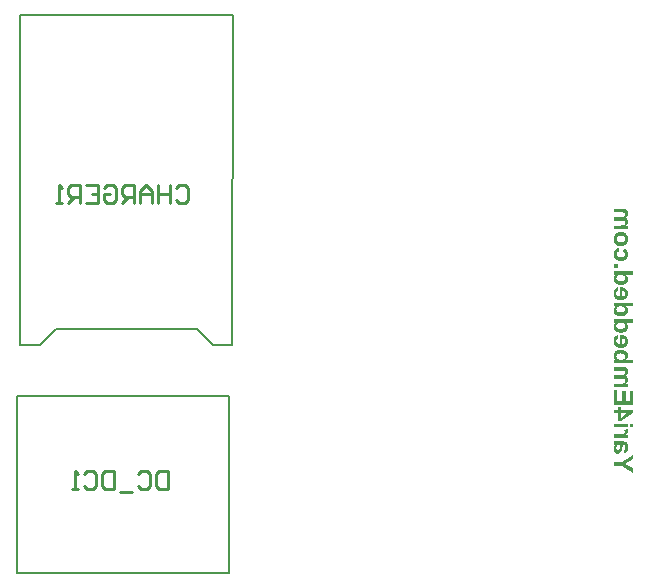
<source format=gbo>
G04*
G04 #@! TF.GenerationSoftware,Altium Limited,Altium Designer,19.0.9 (268)*
G04*
G04 Layer_Color=32896*
%FSLAX25Y25*%
%MOIN*%
G70*
G01*
G75*
%ADD12C,0.00787*%
%ADD13C,0.01000*%
G36*
X244300Y165937D02*
X244406Y165931D01*
X244500Y165925D01*
X244587Y165912D01*
X244662Y165900D01*
X244738Y165887D01*
X244800Y165881D01*
X244856Y165869D01*
X244900Y165856D01*
X244944Y165844D01*
X244975Y165831D01*
X245000Y165825D01*
X245019Y165819D01*
X245025Y165813D01*
X245031D01*
X245175Y165737D01*
X245294Y165656D01*
X245400Y165569D01*
X245487Y165481D01*
X245550Y165406D01*
X245600Y165338D01*
X245619Y165313D01*
X245625Y165300D01*
X245637Y165287D01*
Y165281D01*
X245706Y165144D01*
X245762Y165000D01*
X245800Y164856D01*
X245825Y164725D01*
X245837Y164606D01*
X245844Y164556D01*
X245850Y164513D01*
Y164425D01*
X245844Y164275D01*
X245819Y164137D01*
X245794Y164006D01*
X245756Y163894D01*
X245725Y163794D01*
X245706Y163756D01*
X245694Y163725D01*
X245681Y163700D01*
X245669Y163681D01*
X245662Y163669D01*
Y163663D01*
X245587Y163531D01*
X245500Y163412D01*
X245406Y163300D01*
X245319Y163206D01*
X245237Y163119D01*
X245175Y163063D01*
X245150Y163038D01*
X245131Y163019D01*
X245119Y163013D01*
X245112Y163006D01*
X245244Y162925D01*
X245356Y162838D01*
X245450Y162744D01*
X245525Y162662D01*
X245587Y162587D01*
X245631Y162525D01*
X245644Y162500D01*
X245656Y162481D01*
X245662Y162475D01*
Y162469D01*
X245725Y162344D01*
X245769Y162213D01*
X245806Y162081D01*
X245825Y161962D01*
X245837Y161856D01*
X245844Y161812D01*
X245850Y161775D01*
Y161700D01*
X245844Y161544D01*
X245819Y161400D01*
X245781Y161256D01*
X245738Y161125D01*
X245681Y160994D01*
X245619Y160875D01*
X245550Y160769D01*
X245481Y160669D01*
X245412Y160575D01*
X245344Y160494D01*
X245281Y160425D01*
X245225Y160369D01*
X245181Y160325D01*
X245144Y160287D01*
X245119Y160269D01*
X245112Y160263D01*
X245750D01*
Y159131D01*
X241106D01*
Y160356D01*
X243356D01*
X243475D01*
X243587Y160363D01*
X243694D01*
X243788Y160369D01*
X243875Y160381D01*
X243950Y160388D01*
X244025Y160394D01*
X244088Y160406D01*
X244138Y160413D01*
X244187Y160419D01*
X244225Y160431D01*
X244256Y160438D01*
X244281Y160444D01*
X244300D01*
X244306Y160450D01*
X244313D01*
X244419Y160494D01*
X244506Y160544D01*
X244581Y160600D01*
X244644Y160650D01*
X244694Y160700D01*
X244731Y160738D01*
X244750Y160763D01*
X244756Y160775D01*
X244806Y160863D01*
X244844Y160950D01*
X244875Y161038D01*
X244894Y161119D01*
X244906Y161188D01*
X244913Y161238D01*
Y161287D01*
X244906Y161375D01*
X244900Y161444D01*
X244881Y161512D01*
X244863Y161563D01*
X244844Y161606D01*
X244831Y161637D01*
X244819Y161656D01*
X244812Y161662D01*
X244775Y161713D01*
X244725Y161750D01*
X244681Y161787D01*
X244631Y161812D01*
X244587Y161837D01*
X244550Y161850D01*
X244525Y161863D01*
X244519D01*
X244475Y161875D01*
X244425Y161888D01*
X244369Y161894D01*
X244300Y161900D01*
X244156Y161913D01*
X244006Y161925D01*
X243869D01*
X243806Y161931D01*
X243756D01*
X243706D01*
X243675D01*
X243650D01*
X243644D01*
X241106D01*
Y163156D01*
X243331D01*
X243450D01*
X243563Y163163D01*
X243663Y163169D01*
X243756Y163175D01*
X243844Y163181D01*
X243925Y163188D01*
X243994Y163200D01*
X244056Y163206D01*
X244112Y163219D01*
X244156Y163225D01*
X244200Y163231D01*
X244231Y163244D01*
X244256Y163250D01*
X244275D01*
X244281Y163256D01*
X244287D01*
X244394Y163300D01*
X244488Y163350D01*
X244569Y163406D01*
X244631Y163456D01*
X244688Y163506D01*
X244719Y163544D01*
X244744Y163569D01*
X244750Y163581D01*
X244806Y163669D01*
X244844Y163750D01*
X244875Y163831D01*
X244894Y163906D01*
X244906Y163969D01*
X244913Y164019D01*
Y164062D01*
X244900Y164188D01*
X244869Y164294D01*
X244831Y164388D01*
X244781Y164456D01*
X244731Y164513D01*
X244694Y164556D01*
X244662Y164581D01*
X244650Y164587D01*
X244606Y164612D01*
X244550Y164631D01*
X244494Y164650D01*
X244425Y164663D01*
X244275Y164688D01*
X244125Y164700D01*
X243987Y164713D01*
X243925D01*
X243869Y164719D01*
X243819D01*
X243788D01*
X243762D01*
X243756D01*
X241106D01*
Y165944D01*
X244069D01*
X244187D01*
X244300Y165937D01*
D02*
G37*
G36*
X243631Y158256D02*
X243812Y158231D01*
X243987Y158200D01*
X244150Y158156D01*
X244300Y158106D01*
X244444Y158050D01*
X244575Y157987D01*
X244694Y157925D01*
X244800Y157862D01*
X244894Y157800D01*
X244975Y157744D01*
X245038Y157694D01*
X245094Y157650D01*
X245131Y157619D01*
X245156Y157594D01*
X245163Y157588D01*
X245281Y157456D01*
X245388Y157319D01*
X245481Y157175D01*
X245563Y157031D01*
X245625Y156887D01*
X245681Y156744D01*
X245725Y156606D01*
X245762Y156469D01*
X245794Y156344D01*
X245813Y156225D01*
X245831Y156125D01*
X245837Y156031D01*
X245844Y155956D01*
X245850Y155906D01*
Y155856D01*
X245844Y155731D01*
X245837Y155606D01*
X245800Y155375D01*
X245781Y155269D01*
X245756Y155163D01*
X245725Y155069D01*
X245700Y154981D01*
X245669Y154900D01*
X245644Y154831D01*
X245613Y154769D01*
X245594Y154719D01*
X245575Y154675D01*
X245556Y154644D01*
X245550Y154625D01*
X245544Y154619D01*
X245487Y154519D01*
X245419Y154425D01*
X245281Y154256D01*
X245206Y154175D01*
X245138Y154106D01*
X245062Y154044D01*
X244994Y153988D01*
X244925Y153937D01*
X244869Y153894D01*
X244812Y153856D01*
X244762Y153825D01*
X244725Y153800D01*
X244694Y153781D01*
X244675Y153775D01*
X244669Y153769D01*
X244563Y153719D01*
X244456Y153669D01*
X244244Y153594D01*
X244044Y153544D01*
X243950Y153525D01*
X243863Y153506D01*
X243788Y153494D01*
X243712Y153488D01*
X243650Y153475D01*
X243594D01*
X243550Y153469D01*
X243513D01*
X243494D01*
X243488D01*
X243344Y153475D01*
X243200Y153481D01*
X243062Y153494D01*
X242937Y153519D01*
X242819Y153537D01*
X242706Y153562D01*
X242606Y153594D01*
X242512Y153619D01*
X242425Y153650D01*
X242350Y153675D01*
X242287Y153700D01*
X242231Y153725D01*
X242188Y153744D01*
X242156Y153756D01*
X242138Y153762D01*
X242131Y153769D01*
X242031Y153831D01*
X241937Y153894D01*
X241850Y153963D01*
X241762Y154031D01*
X241687Y154106D01*
X241619Y154181D01*
X241556Y154250D01*
X241500Y154325D01*
X241450Y154387D01*
X241406Y154450D01*
X241369Y154506D01*
X241344Y154556D01*
X241319Y154594D01*
X241300Y154625D01*
X241294Y154644D01*
X241287Y154650D01*
X241237Y154762D01*
X241194Y154869D01*
X241119Y155087D01*
X241069Y155294D01*
X241050Y155387D01*
X241038Y155475D01*
X241025Y155562D01*
X241013Y155638D01*
X241006Y155706D01*
Y155763D01*
X241000Y155806D01*
Y155869D01*
X241006Y156056D01*
X241031Y156237D01*
X241062Y156412D01*
X241106Y156569D01*
X241162Y156725D01*
X241219Y156862D01*
X241281Y156994D01*
X241344Y157113D01*
X241406Y157219D01*
X241469Y157313D01*
X241531Y157394D01*
X241581Y157456D01*
X241625Y157512D01*
X241656Y157550D01*
X241681Y157575D01*
X241687Y157581D01*
X241819Y157700D01*
X241963Y157806D01*
X242106Y157900D01*
X242256Y157975D01*
X242400Y158044D01*
X242544Y158094D01*
X242688Y158144D01*
X242825Y158175D01*
X242950Y158206D01*
X243069Y158225D01*
X243169Y158244D01*
X243263Y158250D01*
X243337Y158256D01*
X243394Y158263D01*
X243425D01*
X243438D01*
X243631Y158256D01*
D02*
G37*
G36*
X242881Y151681D02*
X242794Y151663D01*
X242712Y151644D01*
X242637Y151619D01*
X242569Y151594D01*
X242450Y151538D01*
X242356Y151488D01*
X242281Y151437D01*
X242231Y151400D01*
X242206Y151375D01*
X242194Y151363D01*
X242131Y151275D01*
X242081Y151175D01*
X242050Y151081D01*
X242025Y150994D01*
X242013Y150912D01*
X242006Y150844D01*
X242000Y150819D01*
Y150787D01*
X242006Y150700D01*
X242013Y150619D01*
X242050Y150475D01*
X242106Y150344D01*
X242169Y150238D01*
X242231Y150150D01*
X242287Y150087D01*
X242306Y150069D01*
X242325Y150050D01*
X242331Y150044D01*
X242337Y150038D01*
X242406Y149987D01*
X242488Y149950D01*
X242569Y149913D01*
X242663Y149881D01*
X242856Y149831D01*
X243044Y149800D01*
X243138Y149787D01*
X243219Y149775D01*
X243300Y149769D01*
X243369D01*
X243419Y149762D01*
X243462D01*
X243494D01*
X243500D01*
X243637Y149769D01*
X243762Y149775D01*
X243875Y149787D01*
X243981Y149806D01*
X244075Y149825D01*
X244163Y149850D01*
X244244Y149875D01*
X244313Y149900D01*
X244369Y149925D01*
X244425Y149944D01*
X244469Y149969D01*
X244500Y149987D01*
X244531Y150006D01*
X244550Y150019D01*
X244556Y150031D01*
X244563D01*
X244619Y150087D01*
X244669Y150144D01*
X244712Y150200D01*
X244750Y150262D01*
X244806Y150388D01*
X244844Y150506D01*
X244863Y150606D01*
X244869Y150656D01*
X244875Y150694D01*
X244881Y150725D01*
Y150769D01*
X244875Y150894D01*
X244850Y151000D01*
X244825Y151100D01*
X244788Y151181D01*
X244756Y151244D01*
X244725Y151294D01*
X244700Y151319D01*
X244694Y151331D01*
X244619Y151406D01*
X244531Y151469D01*
X244444Y151519D01*
X244356Y151556D01*
X244275Y151581D01*
X244213Y151600D01*
X244187Y151606D01*
X244169Y151612D01*
X244156D01*
X244150D01*
X244369Y152825D01*
X244506Y152781D01*
X244631Y152731D01*
X244750Y152675D01*
X244856Y152619D01*
X244956Y152562D01*
X245050Y152500D01*
X245131Y152437D01*
X245206Y152381D01*
X245269Y152325D01*
X245325Y152275D01*
X245375Y152225D01*
X245412Y152181D01*
X245444Y152150D01*
X245462Y152125D01*
X245475Y152106D01*
X245481Y152100D01*
X245544Y152000D01*
X245606Y151900D01*
X245650Y151787D01*
X245694Y151681D01*
X245731Y151569D01*
X245762Y151456D01*
X245806Y151244D01*
X245819Y151144D01*
X245831Y151050D01*
X245837Y150969D01*
X245844Y150894D01*
X245850Y150838D01*
Y150756D01*
X245844Y150569D01*
X245825Y150388D01*
X245794Y150219D01*
X245750Y150063D01*
X245700Y149913D01*
X245644Y149781D01*
X245587Y149656D01*
X245531Y149544D01*
X245469Y149444D01*
X245412Y149356D01*
X245356Y149287D01*
X245306Y149225D01*
X245269Y149175D01*
X245231Y149144D01*
X245213Y149119D01*
X245206Y149112D01*
X245081Y149006D01*
X244944Y148913D01*
X244806Y148831D01*
X244656Y148763D01*
X244513Y148706D01*
X244362Y148656D01*
X244213Y148612D01*
X244075Y148581D01*
X243937Y148556D01*
X243819Y148538D01*
X243706Y148525D01*
X243606Y148519D01*
X243531Y148512D01*
X243469Y148506D01*
X243431D01*
X243425D01*
X243419D01*
X243213Y148512D01*
X243019Y148531D01*
X242831Y148563D01*
X242663Y148600D01*
X242500Y148644D01*
X242356Y148694D01*
X242225Y148750D01*
X242100Y148806D01*
X241994Y148863D01*
X241900Y148919D01*
X241819Y148969D01*
X241756Y149012D01*
X241706Y149050D01*
X241669Y149081D01*
X241644Y149100D01*
X241637Y149106D01*
X241525Y149225D01*
X241425Y149350D01*
X241344Y149481D01*
X241269Y149619D01*
X241206Y149750D01*
X241156Y149888D01*
X241112Y150019D01*
X241081Y150144D01*
X241056Y150269D01*
X241031Y150375D01*
X241019Y150475D01*
X241013Y150563D01*
X241006Y150631D01*
X241000Y150688D01*
Y150731D01*
X241006Y150894D01*
X241019Y151050D01*
X241038Y151200D01*
X241069Y151338D01*
X241100Y151462D01*
X241131Y151581D01*
X241169Y151688D01*
X241213Y151787D01*
X241250Y151869D01*
X241287Y151950D01*
X241319Y152013D01*
X241356Y152069D01*
X241381Y152106D01*
X241400Y152137D01*
X241412Y152156D01*
X241419Y152163D01*
X241500Y152256D01*
X241594Y152344D01*
X241694Y152425D01*
X241794Y152500D01*
X241900Y152569D01*
X242006Y152625D01*
X242106Y152681D01*
X242206Y152725D01*
X242300Y152762D01*
X242388Y152800D01*
X242469Y152825D01*
X242537Y152850D01*
X242594Y152869D01*
X242637Y152881D01*
X242669Y152887D01*
X242675D01*
X242881Y151681D01*
D02*
G37*
G36*
X242331Y146288D02*
X241106D01*
Y147512D01*
X242331D01*
Y146288D01*
D02*
G37*
G36*
X247513Y143856D02*
X245200D01*
X245312Y143750D01*
X245412Y143638D01*
X245500Y143519D01*
X245575Y143406D01*
X245637Y143294D01*
X245694Y143181D01*
X245738Y143069D01*
X245769Y142969D01*
X245794Y142869D01*
X245819Y142781D01*
X245831Y142706D01*
X245837Y142638D01*
X245844Y142581D01*
X245850Y142544D01*
Y142506D01*
X245844Y142350D01*
X245825Y142200D01*
X245794Y142062D01*
X245756Y141931D01*
X245706Y141806D01*
X245656Y141688D01*
X245600Y141581D01*
X245544Y141488D01*
X245481Y141400D01*
X245425Y141319D01*
X245375Y141256D01*
X245331Y141200D01*
X245287Y141156D01*
X245256Y141125D01*
X245237Y141106D01*
X245231Y141100D01*
X245112Y141006D01*
X244981Y140919D01*
X244837Y140844D01*
X244694Y140781D01*
X244544Y140731D01*
X244394Y140688D01*
X244250Y140650D01*
X244106Y140619D01*
X243969Y140594D01*
X243844Y140581D01*
X243731Y140569D01*
X243631Y140556D01*
X243550D01*
X243488Y140550D01*
X243469D01*
X243450D01*
X243444D01*
X243438D01*
X243225Y140556D01*
X243031Y140575D01*
X242844Y140600D01*
X242675Y140638D01*
X242512Y140681D01*
X242362Y140731D01*
X242231Y140781D01*
X242112Y140838D01*
X242000Y140887D01*
X241906Y140937D01*
X241831Y140988D01*
X241762Y141031D01*
X241712Y141069D01*
X241675Y141094D01*
X241650Y141112D01*
X241644Y141119D01*
X241531Y141225D01*
X241431Y141344D01*
X241344Y141456D01*
X241269Y141575D01*
X241213Y141688D01*
X241156Y141800D01*
X241112Y141912D01*
X241081Y142019D01*
X241056Y142113D01*
X241031Y142206D01*
X241019Y142288D01*
X241013Y142356D01*
X241006Y142412D01*
X241000Y142450D01*
Y142488D01*
X241006Y142631D01*
X241031Y142775D01*
X241062Y142906D01*
X241100Y143019D01*
X241131Y143119D01*
X241150Y143163D01*
X241162Y143194D01*
X241175Y143225D01*
X241188Y143244D01*
X241194Y143256D01*
Y143263D01*
X241275Y143400D01*
X241369Y143531D01*
X241469Y143644D01*
X241563Y143744D01*
X241650Y143825D01*
X241725Y143887D01*
X241750Y143906D01*
X241769Y143925D01*
X241781Y143931D01*
X241788Y143938D01*
X241106D01*
Y145081D01*
X247513D01*
Y143856D01*
D02*
G37*
G36*
X243569Y139806D02*
X243788Y139781D01*
X243994Y139744D01*
X244181Y139700D01*
X244356Y139656D01*
X244506Y139600D01*
X244644Y139550D01*
X244769Y139494D01*
X244875Y139437D01*
X244963Y139388D01*
X245031Y139344D01*
X245088Y139306D01*
X245131Y139275D01*
X245156Y139256D01*
X245163Y139250D01*
X245281Y139131D01*
X245388Y139006D01*
X245481Y138875D01*
X245563Y138744D01*
X245625Y138606D01*
X245681Y138469D01*
X245725Y138338D01*
X245762Y138206D01*
X245794Y138087D01*
X245813Y137975D01*
X245831Y137869D01*
X245837Y137781D01*
X245844Y137713D01*
X245850Y137656D01*
Y137612D01*
X245844Y137444D01*
X245825Y137281D01*
X245788Y137131D01*
X245750Y136987D01*
X245700Y136850D01*
X245644Y136725D01*
X245581Y136612D01*
X245525Y136506D01*
X245462Y136413D01*
X245400Y136325D01*
X245344Y136256D01*
X245294Y136194D01*
X245256Y136150D01*
X245225Y136112D01*
X245200Y136094D01*
X245194Y136088D01*
X245062Y135981D01*
X244925Y135888D01*
X244781Y135812D01*
X244637Y135744D01*
X244481Y135681D01*
X244331Y135631D01*
X244187Y135594D01*
X244044Y135563D01*
X243913Y135538D01*
X243788Y135519D01*
X243675Y135506D01*
X243575Y135500D01*
X243500Y135494D01*
X243438Y135487D01*
X243400D01*
X243394D01*
X243388D01*
X243213Y135494D01*
X243044Y135506D01*
X242881Y135531D01*
X242731Y135556D01*
X242587Y135594D01*
X242456Y135631D01*
X242337Y135675D01*
X242225Y135719D01*
X242125Y135756D01*
X242038Y135800D01*
X241963Y135837D01*
X241900Y135875D01*
X241850Y135900D01*
X241819Y135925D01*
X241794Y135938D01*
X241788Y135944D01*
X241650Y136063D01*
X241525Y136188D01*
X241425Y136325D01*
X241331Y136469D01*
X241256Y136619D01*
X241194Y136769D01*
X241138Y136913D01*
X241100Y137056D01*
X241069Y137194D01*
X241044Y137325D01*
X241025Y137437D01*
X241013Y137538D01*
X241006Y137625D01*
X241000Y137688D01*
Y137738D01*
X241006Y137881D01*
X241013Y138013D01*
X241031Y138144D01*
X241056Y138262D01*
X241081Y138375D01*
X241112Y138481D01*
X241144Y138575D01*
X241175Y138663D01*
X241206Y138744D01*
X241237Y138812D01*
X241269Y138869D01*
X241294Y138919D01*
X241319Y138962D01*
X241337Y138988D01*
X241344Y139006D01*
X241350Y139013D01*
X241419Y139106D01*
X241494Y139194D01*
X241575Y139275D01*
X241656Y139344D01*
X241831Y139475D01*
X241994Y139581D01*
X242069Y139625D01*
X242144Y139663D01*
X242206Y139694D01*
X242263Y139719D01*
X242313Y139737D01*
X242344Y139750D01*
X242369Y139762D01*
X242375D01*
X242581Y138538D01*
X242456Y138494D01*
X242356Y138444D01*
X242269Y138394D01*
X242200Y138344D01*
X242144Y138300D01*
X242106Y138262D01*
X242081Y138238D01*
X242075Y138231D01*
X242025Y138156D01*
X241987Y138075D01*
X241956Y137994D01*
X241937Y137919D01*
X241925Y137850D01*
X241919Y137800D01*
Y137750D01*
X241925Y137675D01*
X241931Y137600D01*
X241969Y137462D01*
X242013Y137338D01*
X242069Y137238D01*
X242125Y137150D01*
X242175Y137088D01*
X242194Y137069D01*
X242206Y137050D01*
X242213Y137044D01*
X242219Y137038D01*
X242281Y136987D01*
X242344Y136944D01*
X242481Y136875D01*
X242625Y136819D01*
X242762Y136787D01*
X242887Y136762D01*
X242937Y136756D01*
X242987Y136750D01*
X243025D01*
X243050Y136744D01*
X243069D01*
X243075D01*
Y139825D01*
X243331D01*
X243569Y139806D01*
D02*
G37*
G36*
X247513Y133413D02*
X245200D01*
X245312Y133306D01*
X245412Y133194D01*
X245500Y133075D01*
X245575Y132963D01*
X245637Y132850D01*
X245694Y132738D01*
X245738Y132625D01*
X245769Y132525D01*
X245794Y132425D01*
X245819Y132337D01*
X245831Y132263D01*
X245837Y132194D01*
X245844Y132138D01*
X245850Y132100D01*
Y132062D01*
X245844Y131906D01*
X245825Y131756D01*
X245794Y131619D01*
X245756Y131488D01*
X245706Y131362D01*
X245656Y131244D01*
X245600Y131138D01*
X245544Y131044D01*
X245481Y130956D01*
X245425Y130875D01*
X245375Y130813D01*
X245331Y130756D01*
X245287Y130712D01*
X245256Y130681D01*
X245237Y130663D01*
X245231Y130656D01*
X245112Y130562D01*
X244981Y130475D01*
X244837Y130400D01*
X244694Y130338D01*
X244544Y130288D01*
X244394Y130244D01*
X244250Y130206D01*
X244106Y130175D01*
X243969Y130150D01*
X243844Y130138D01*
X243731Y130125D01*
X243631Y130113D01*
X243550D01*
X243488Y130106D01*
X243469D01*
X243450D01*
X243444D01*
X243438D01*
X243225Y130113D01*
X243031Y130131D01*
X242844Y130156D01*
X242675Y130194D01*
X242512Y130237D01*
X242362Y130288D01*
X242231Y130338D01*
X242112Y130394D01*
X242000Y130444D01*
X241906Y130494D01*
X241831Y130544D01*
X241762Y130587D01*
X241712Y130625D01*
X241675Y130650D01*
X241650Y130669D01*
X241644Y130675D01*
X241531Y130781D01*
X241431Y130900D01*
X241344Y131012D01*
X241269Y131131D01*
X241213Y131244D01*
X241156Y131356D01*
X241112Y131469D01*
X241081Y131575D01*
X241056Y131669D01*
X241031Y131763D01*
X241019Y131844D01*
X241013Y131913D01*
X241006Y131969D01*
X241000Y132006D01*
Y132044D01*
X241006Y132187D01*
X241031Y132331D01*
X241062Y132463D01*
X241100Y132575D01*
X241131Y132675D01*
X241150Y132719D01*
X241162Y132750D01*
X241175Y132781D01*
X241188Y132800D01*
X241194Y132812D01*
Y132819D01*
X241275Y132956D01*
X241369Y133088D01*
X241469Y133200D01*
X241563Y133300D01*
X241650Y133381D01*
X241725Y133444D01*
X241750Y133463D01*
X241769Y133481D01*
X241781Y133487D01*
X241788Y133494D01*
X241106D01*
Y134637D01*
X247513D01*
Y133413D01*
D02*
G37*
G36*
Y127944D02*
X245200D01*
X245312Y127838D01*
X245412Y127725D01*
X245500Y127606D01*
X245575Y127494D01*
X245637Y127381D01*
X245694Y127269D01*
X245738Y127156D01*
X245769Y127056D01*
X245794Y126956D01*
X245819Y126869D01*
X245831Y126794D01*
X245837Y126725D01*
X245844Y126669D01*
X245850Y126631D01*
Y126594D01*
X245844Y126437D01*
X245825Y126287D01*
X245794Y126150D01*
X245756Y126019D01*
X245706Y125894D01*
X245656Y125775D01*
X245600Y125669D01*
X245544Y125575D01*
X245481Y125487D01*
X245425Y125406D01*
X245375Y125344D01*
X245331Y125287D01*
X245287Y125244D01*
X245256Y125213D01*
X245237Y125194D01*
X245231Y125188D01*
X245112Y125094D01*
X244981Y125006D01*
X244837Y124931D01*
X244694Y124869D01*
X244544Y124819D01*
X244394Y124775D01*
X244250Y124738D01*
X244106Y124706D01*
X243969Y124681D01*
X243844Y124669D01*
X243731Y124656D01*
X243631Y124644D01*
X243550D01*
X243488Y124637D01*
X243469D01*
X243450D01*
X243444D01*
X243438D01*
X243225Y124644D01*
X243031Y124662D01*
X242844Y124688D01*
X242675Y124725D01*
X242512Y124769D01*
X242362Y124819D01*
X242231Y124869D01*
X242112Y124925D01*
X242000Y124975D01*
X241906Y125025D01*
X241831Y125075D01*
X241762Y125119D01*
X241712Y125156D01*
X241675Y125181D01*
X241650Y125200D01*
X241644Y125206D01*
X241531Y125312D01*
X241431Y125431D01*
X241344Y125544D01*
X241269Y125663D01*
X241213Y125775D01*
X241156Y125888D01*
X241112Y126000D01*
X241081Y126106D01*
X241056Y126200D01*
X241031Y126294D01*
X241019Y126375D01*
X241013Y126444D01*
X241006Y126500D01*
X241000Y126538D01*
Y126575D01*
X241006Y126719D01*
X241031Y126863D01*
X241062Y126994D01*
X241100Y127106D01*
X241131Y127206D01*
X241150Y127250D01*
X241162Y127281D01*
X241175Y127313D01*
X241188Y127331D01*
X241194Y127344D01*
Y127350D01*
X241275Y127488D01*
X241369Y127619D01*
X241469Y127731D01*
X241563Y127831D01*
X241650Y127912D01*
X241725Y127975D01*
X241750Y127994D01*
X241769Y128013D01*
X241781Y128019D01*
X241788Y128025D01*
X241106D01*
Y129169D01*
X247513D01*
Y127944D01*
D02*
G37*
G36*
X243569Y123894D02*
X243788Y123869D01*
X243994Y123831D01*
X244181Y123787D01*
X244356Y123744D01*
X244506Y123688D01*
X244644Y123637D01*
X244769Y123581D01*
X244875Y123525D01*
X244963Y123475D01*
X245031Y123431D01*
X245088Y123394D01*
X245131Y123363D01*
X245156Y123344D01*
X245163Y123337D01*
X245281Y123219D01*
X245388Y123094D01*
X245481Y122962D01*
X245563Y122831D01*
X245625Y122694D01*
X245681Y122556D01*
X245725Y122425D01*
X245762Y122294D01*
X245794Y122175D01*
X245813Y122063D01*
X245831Y121956D01*
X245837Y121869D01*
X245844Y121800D01*
X245850Y121744D01*
Y121700D01*
X245844Y121531D01*
X245825Y121369D01*
X245788Y121219D01*
X245750Y121075D01*
X245700Y120938D01*
X245644Y120812D01*
X245581Y120700D01*
X245525Y120594D01*
X245462Y120500D01*
X245400Y120413D01*
X245344Y120344D01*
X245294Y120281D01*
X245256Y120238D01*
X245225Y120200D01*
X245200Y120181D01*
X245194Y120175D01*
X245062Y120069D01*
X244925Y119975D01*
X244781Y119900D01*
X244637Y119831D01*
X244481Y119769D01*
X244331Y119719D01*
X244187Y119681D01*
X244044Y119650D01*
X243913Y119625D01*
X243788Y119606D01*
X243675Y119594D01*
X243575Y119588D01*
X243500Y119581D01*
X243438Y119575D01*
X243400D01*
X243394D01*
X243388D01*
X243213Y119581D01*
X243044Y119594D01*
X242881Y119619D01*
X242731Y119644D01*
X242587Y119681D01*
X242456Y119719D01*
X242337Y119763D01*
X242225Y119806D01*
X242125Y119844D01*
X242038Y119887D01*
X241963Y119925D01*
X241900Y119963D01*
X241850Y119987D01*
X241819Y120012D01*
X241794Y120025D01*
X241788Y120031D01*
X241650Y120150D01*
X241525Y120275D01*
X241425Y120413D01*
X241331Y120556D01*
X241256Y120706D01*
X241194Y120856D01*
X241138Y121000D01*
X241100Y121144D01*
X241069Y121281D01*
X241044Y121413D01*
X241025Y121525D01*
X241013Y121625D01*
X241006Y121713D01*
X241000Y121775D01*
Y121825D01*
X241006Y121969D01*
X241013Y122100D01*
X241031Y122231D01*
X241056Y122350D01*
X241081Y122462D01*
X241112Y122569D01*
X241144Y122662D01*
X241175Y122750D01*
X241206Y122831D01*
X241237Y122900D01*
X241269Y122956D01*
X241294Y123006D01*
X241319Y123050D01*
X241337Y123075D01*
X241344Y123094D01*
X241350Y123100D01*
X241419Y123194D01*
X241494Y123281D01*
X241575Y123363D01*
X241656Y123431D01*
X241831Y123563D01*
X241994Y123669D01*
X242069Y123713D01*
X242144Y123750D01*
X242206Y123781D01*
X242263Y123806D01*
X242313Y123825D01*
X242344Y123837D01*
X242369Y123850D01*
X242375D01*
X242581Y122625D01*
X242456Y122581D01*
X242356Y122531D01*
X242269Y122481D01*
X242200Y122431D01*
X242144Y122388D01*
X242106Y122350D01*
X242081Y122325D01*
X242075Y122319D01*
X242025Y122244D01*
X241987Y122162D01*
X241956Y122081D01*
X241937Y122006D01*
X241925Y121938D01*
X241919Y121888D01*
Y121837D01*
X241925Y121763D01*
X241931Y121687D01*
X241969Y121550D01*
X242013Y121425D01*
X242069Y121325D01*
X242125Y121238D01*
X242175Y121175D01*
X242194Y121156D01*
X242206Y121137D01*
X242213Y121131D01*
X242219Y121125D01*
X242281Y121075D01*
X242344Y121031D01*
X242481Y120963D01*
X242625Y120906D01*
X242762Y120875D01*
X242887Y120850D01*
X242937Y120844D01*
X242987Y120837D01*
X243025D01*
X243050Y120831D01*
X243069D01*
X243075D01*
Y123913D01*
X243331D01*
X243569Y123894D01*
D02*
G37*
G36*
X243681Y118944D02*
X243875Y118925D01*
X244056Y118900D01*
X244231Y118862D01*
X244388Y118819D01*
X244531Y118775D01*
X244662Y118719D01*
X244781Y118669D01*
X244887Y118619D01*
X244975Y118569D01*
X245056Y118519D01*
X245119Y118475D01*
X245169Y118438D01*
X245200Y118412D01*
X245225Y118394D01*
X245231Y118387D01*
X245338Y118281D01*
X245438Y118169D01*
X245519Y118050D01*
X245587Y117931D01*
X245650Y117813D01*
X245700Y117700D01*
X245738Y117587D01*
X245775Y117475D01*
X245800Y117375D01*
X245819Y117281D01*
X245831Y117194D01*
X245837Y117125D01*
X245844Y117062D01*
X245850Y117019D01*
Y116981D01*
X245844Y116838D01*
X245825Y116700D01*
X245788Y116569D01*
X245750Y116444D01*
X245700Y116325D01*
X245644Y116219D01*
X245587Y116112D01*
X245525Y116019D01*
X245462Y115931D01*
X245406Y115856D01*
X245350Y115794D01*
X245300Y115737D01*
X245263Y115694D01*
X245231Y115663D01*
X245206Y115644D01*
X245200Y115638D01*
X247513D01*
Y114412D01*
X241106D01*
Y115556D01*
X241788D01*
X241650Y115663D01*
X241531Y115775D01*
X241425Y115887D01*
X241344Y115994D01*
X241275Y116081D01*
X241231Y116156D01*
X241213Y116181D01*
X241206Y116200D01*
X241194Y116212D01*
Y116219D01*
X241131Y116363D01*
X241081Y116506D01*
X241050Y116638D01*
X241025Y116756D01*
X241013Y116862D01*
X241006Y116900D01*
Y116937D01*
X241000Y116969D01*
Y117006D01*
X241006Y117156D01*
X241025Y117300D01*
X241056Y117431D01*
X241100Y117562D01*
X241150Y117681D01*
X241200Y117794D01*
X241263Y117900D01*
X241319Y117994D01*
X241381Y118081D01*
X241438Y118156D01*
X241488Y118225D01*
X241537Y118281D01*
X241581Y118325D01*
X241613Y118356D01*
X241631Y118375D01*
X241637Y118381D01*
X241762Y118481D01*
X241900Y118569D01*
X242044Y118644D01*
X242194Y118712D01*
X242350Y118763D01*
X242500Y118813D01*
X242650Y118850D01*
X242794Y118881D01*
X242931Y118900D01*
X243056Y118919D01*
X243175Y118931D01*
X243275Y118944D01*
X243356D01*
X243419Y118950D01*
X243438D01*
X243456D01*
X243462D01*
X243469D01*
X243681Y118944D01*
D02*
G37*
G36*
X244300Y113225D02*
X244406Y113219D01*
X244500Y113213D01*
X244587Y113200D01*
X244662Y113188D01*
X244738Y113175D01*
X244800Y113169D01*
X244856Y113156D01*
X244900Y113144D01*
X244944Y113131D01*
X244975Y113119D01*
X245000Y113112D01*
X245019Y113106D01*
X245025Y113100D01*
X245031D01*
X245175Y113025D01*
X245294Y112944D01*
X245400Y112856D01*
X245487Y112769D01*
X245550Y112694D01*
X245600Y112625D01*
X245619Y112600D01*
X245625Y112587D01*
X245637Y112575D01*
Y112569D01*
X245706Y112431D01*
X245762Y112287D01*
X245800Y112144D01*
X245825Y112013D01*
X245837Y111894D01*
X245844Y111844D01*
X245850Y111800D01*
Y111713D01*
X245844Y111563D01*
X245819Y111425D01*
X245794Y111294D01*
X245756Y111181D01*
X245725Y111081D01*
X245706Y111044D01*
X245694Y111012D01*
X245681Y110987D01*
X245669Y110969D01*
X245662Y110956D01*
Y110950D01*
X245587Y110819D01*
X245500Y110700D01*
X245406Y110588D01*
X245319Y110494D01*
X245237Y110406D01*
X245175Y110350D01*
X245150Y110325D01*
X245131Y110306D01*
X245119Y110300D01*
X245112Y110294D01*
X245244Y110213D01*
X245356Y110125D01*
X245450Y110031D01*
X245525Y109950D01*
X245587Y109875D01*
X245631Y109812D01*
X245644Y109787D01*
X245656Y109769D01*
X245662Y109763D01*
Y109756D01*
X245725Y109631D01*
X245769Y109500D01*
X245806Y109369D01*
X245825Y109250D01*
X245837Y109144D01*
X245844Y109100D01*
X245850Y109063D01*
Y108987D01*
X245844Y108831D01*
X245819Y108687D01*
X245781Y108544D01*
X245738Y108413D01*
X245681Y108281D01*
X245619Y108162D01*
X245550Y108056D01*
X245481Y107956D01*
X245412Y107862D01*
X245344Y107781D01*
X245281Y107712D01*
X245225Y107656D01*
X245181Y107613D01*
X245144Y107575D01*
X245119Y107556D01*
X245112Y107550D01*
X245750D01*
Y106419D01*
X241106D01*
Y107644D01*
X243356D01*
X243475D01*
X243587Y107650D01*
X243694D01*
X243788Y107656D01*
X243875Y107669D01*
X243950Y107675D01*
X244025Y107681D01*
X244088Y107694D01*
X244138Y107700D01*
X244187Y107706D01*
X244225Y107719D01*
X244256Y107725D01*
X244281Y107731D01*
X244300D01*
X244306Y107738D01*
X244313D01*
X244419Y107781D01*
X244506Y107831D01*
X244581Y107887D01*
X244644Y107938D01*
X244694Y107987D01*
X244731Y108025D01*
X244750Y108050D01*
X244756Y108063D01*
X244806Y108150D01*
X244844Y108238D01*
X244875Y108325D01*
X244894Y108406D01*
X244906Y108475D01*
X244913Y108525D01*
Y108575D01*
X244906Y108662D01*
X244900Y108731D01*
X244881Y108800D01*
X244863Y108850D01*
X244844Y108894D01*
X244831Y108925D01*
X244819Y108944D01*
X244812Y108950D01*
X244775Y109000D01*
X244725Y109037D01*
X244681Y109075D01*
X244631Y109100D01*
X244587Y109125D01*
X244550Y109137D01*
X244525Y109150D01*
X244519D01*
X244475Y109162D01*
X244425Y109175D01*
X244369Y109181D01*
X244300Y109187D01*
X244156Y109200D01*
X244006Y109213D01*
X243869D01*
X243806Y109219D01*
X243756D01*
X243706D01*
X243675D01*
X243650D01*
X243644D01*
X241106D01*
Y110444D01*
X243331D01*
X243450D01*
X243563Y110450D01*
X243663Y110456D01*
X243756Y110462D01*
X243844Y110469D01*
X243925Y110475D01*
X243994Y110487D01*
X244056Y110494D01*
X244112Y110506D01*
X244156Y110512D01*
X244200Y110519D01*
X244231Y110531D01*
X244256Y110538D01*
X244275D01*
X244281Y110544D01*
X244287D01*
X244394Y110588D01*
X244488Y110637D01*
X244569Y110694D01*
X244631Y110744D01*
X244688Y110794D01*
X244719Y110831D01*
X244744Y110856D01*
X244750Y110869D01*
X244806Y110956D01*
X244844Y111038D01*
X244875Y111119D01*
X244894Y111194D01*
X244906Y111256D01*
X244913Y111306D01*
Y111350D01*
X244900Y111475D01*
X244869Y111581D01*
X244831Y111675D01*
X244781Y111744D01*
X244731Y111800D01*
X244694Y111844D01*
X244662Y111869D01*
X244650Y111875D01*
X244606Y111900D01*
X244550Y111919D01*
X244494Y111937D01*
X244425Y111950D01*
X244275Y111975D01*
X244125Y111987D01*
X243987Y112000D01*
X243925D01*
X243869Y112006D01*
X243819D01*
X243788D01*
X243762D01*
X243756D01*
X241106D01*
Y113231D01*
X244069D01*
X244187D01*
X244300Y113225D01*
D02*
G37*
G36*
X242188Y101850D02*
X243931D01*
Y105062D01*
X245012D01*
Y101850D01*
X246431D01*
Y105300D01*
X247513D01*
Y100556D01*
X241106D01*
Y105425D01*
X242188D01*
Y101850D01*
D02*
G37*
G36*
X243469Y98900D02*
X247537D01*
Y97869D01*
X243462Y95087D01*
X242394D01*
Y97712D01*
X241106D01*
Y98900D01*
X242394D01*
Y99694D01*
X243469D01*
Y98900D01*
D02*
G37*
G36*
X247513Y93081D02*
X246375D01*
Y94306D01*
X247513D01*
Y93081D01*
D02*
G37*
G36*
X245750D02*
X241106D01*
Y94306D01*
X245750D01*
Y93081D01*
D02*
G37*
G36*
X245694Y92400D02*
X245750Y92256D01*
X245794Y92119D01*
X245819Y91994D01*
X245837Y91894D01*
X245844Y91844D01*
Y91806D01*
X245850Y91781D01*
Y91738D01*
X245844Y91631D01*
X245825Y91531D01*
X245800Y91438D01*
X245775Y91363D01*
X245750Y91300D01*
X245725Y91250D01*
X245706Y91219D01*
X245700Y91206D01*
X245669Y91163D01*
X245631Y91119D01*
X245544Y91025D01*
X245444Y90944D01*
X245338Y90863D01*
X245244Y90794D01*
X245200Y90763D01*
X245163Y90737D01*
X245131Y90719D01*
X245106Y90700D01*
X245094Y90694D01*
X245088Y90688D01*
X245750D01*
Y89544D01*
X241106D01*
Y90769D01*
X242537D01*
X242750D01*
X242944Y90775D01*
X243119Y90781D01*
X243281Y90788D01*
X243419Y90794D01*
X243550Y90800D01*
X243656Y90812D01*
X243756Y90819D01*
X243837Y90831D01*
X243906Y90838D01*
X243969Y90844D01*
X244012Y90856D01*
X244044Y90863D01*
X244069D01*
X244081Y90869D01*
X244088D01*
X244219Y90912D01*
X244325Y90956D01*
X244419Y91000D01*
X244488Y91050D01*
X244544Y91088D01*
X244581Y91119D01*
X244600Y91144D01*
X244606Y91150D01*
X244656Y91219D01*
X244688Y91294D01*
X244712Y91369D01*
X244731Y91438D01*
X244744Y91500D01*
X244750Y91544D01*
Y91588D01*
X244744Y91688D01*
X244719Y91794D01*
X244688Y91887D01*
X244650Y91981D01*
X244606Y92056D01*
X244575Y92119D01*
X244563Y92137D01*
X244550Y92156D01*
X244544Y92163D01*
Y92169D01*
X245613Y92550D01*
X245694Y92400D01*
D02*
G37*
G36*
X241231Y88600D02*
X241344Y88550D01*
X241450Y88512D01*
X241537Y88481D01*
X241619Y88456D01*
X241675Y88444D01*
X241712Y88431D01*
X241725D01*
X241781Y88419D01*
X241850Y88412D01*
X241987Y88400D01*
X242138Y88388D01*
X242287Y88381D01*
X242419D01*
X242475Y88375D01*
X242525D01*
X242569D01*
X242600D01*
X242619D01*
X242625D01*
X244062Y88394D01*
X244206D01*
X244338Y88388D01*
X244462Y88381D01*
X244569Y88369D01*
X244669Y88356D01*
X244762Y88337D01*
X244837Y88325D01*
X244913Y88313D01*
X244969Y88294D01*
X245019Y88281D01*
X245062Y88262D01*
X245100Y88250D01*
X245125Y88244D01*
X245144Y88231D01*
X245150Y88225D01*
X245156D01*
X245263Y88156D01*
X245362Y88069D01*
X245444Y87975D01*
X245519Y87881D01*
X245575Y87794D01*
X245613Y87725D01*
X245631Y87694D01*
X245644Y87675D01*
X245650Y87663D01*
Y87656D01*
X245688Y87575D01*
X245719Y87488D01*
X245769Y87300D01*
X245800Y87094D01*
X245825Y86900D01*
X245831Y86806D01*
X245837Y86719D01*
X245844Y86638D01*
X245850Y86575D01*
Y86437D01*
X245844Y86275D01*
X245837Y86119D01*
X245819Y85975D01*
X245800Y85844D01*
X245775Y85719D01*
X245750Y85606D01*
X245719Y85506D01*
X245688Y85413D01*
X245656Y85331D01*
X245625Y85263D01*
X245600Y85206D01*
X245575Y85156D01*
X245556Y85119D01*
X245537Y85088D01*
X245531Y85075D01*
X245525Y85069D01*
X245462Y84987D01*
X245388Y84913D01*
X245231Y84775D01*
X245069Y84662D01*
X244906Y84575D01*
X244831Y84538D01*
X244762Y84506D01*
X244694Y84481D01*
X244644Y84462D01*
X244594Y84444D01*
X244563Y84431D01*
X244537Y84425D01*
X244531D01*
X244331Y85537D01*
X244444Y85581D01*
X244537Y85631D01*
X244613Y85681D01*
X244675Y85725D01*
X244725Y85769D01*
X244756Y85800D01*
X244775Y85825D01*
X244781Y85831D01*
X244825Y85906D01*
X244856Y85988D01*
X244881Y86075D01*
X244894Y86156D01*
X244906Y86231D01*
X244913Y86287D01*
Y86431D01*
X244906Y86513D01*
X244900Y86588D01*
X244887Y86656D01*
X244875Y86712D01*
X244863Y86769D01*
X244837Y86856D01*
X244806Y86925D01*
X244781Y86969D01*
X244762Y87000D01*
X244756Y87006D01*
X244694Y87063D01*
X244613Y87106D01*
X244531Y87138D01*
X244450Y87163D01*
X244369Y87175D01*
X244306Y87181D01*
X244281D01*
X244269D01*
X244256D01*
X244250D01*
X244131D01*
X244106Y87112D01*
X244075Y87031D01*
X244050Y86944D01*
X244025Y86850D01*
X243969Y86656D01*
X243925Y86456D01*
X243906Y86362D01*
X243881Y86275D01*
X243869Y86194D01*
X243850Y86125D01*
X243844Y86069D01*
X243831Y86025D01*
X243825Y86000D01*
Y85988D01*
X243800Y85869D01*
X243781Y85763D01*
X243756Y85663D01*
X243731Y85569D01*
X243706Y85481D01*
X243681Y85400D01*
X243656Y85325D01*
X243637Y85263D01*
X243619Y85206D01*
X243600Y85150D01*
X243581Y85113D01*
X243569Y85075D01*
X243556Y85050D01*
X243544Y85031D01*
X243537Y85019D01*
Y85013D01*
X243469Y84894D01*
X243394Y84787D01*
X243319Y84700D01*
X243244Y84625D01*
X243175Y84562D01*
X243119Y84525D01*
X243081Y84494D01*
X243075Y84487D01*
X243069D01*
X242950Y84425D01*
X242831Y84381D01*
X242712Y84344D01*
X242606Y84325D01*
X242512Y84312D01*
X242469Y84306D01*
X242438D01*
X242406Y84300D01*
X242388D01*
X242375D01*
X242369D01*
X242263Y84306D01*
X242156Y84319D01*
X242056Y84338D01*
X241963Y84363D01*
X241881Y84394D01*
X241800Y84431D01*
X241725Y84469D01*
X241656Y84506D01*
X241594Y84544D01*
X241544Y84581D01*
X241494Y84619D01*
X241456Y84650D01*
X241425Y84675D01*
X241406Y84694D01*
X241394Y84706D01*
X241388Y84712D01*
X241319Y84794D01*
X241263Y84881D01*
X241206Y84969D01*
X241162Y85062D01*
X241125Y85156D01*
X241094Y85250D01*
X241050Y85431D01*
X241031Y85513D01*
X241019Y85588D01*
X241013Y85663D01*
X241006Y85719D01*
X241000Y85769D01*
Y85838D01*
X241006Y85988D01*
X241025Y86131D01*
X241050Y86263D01*
X241075Y86375D01*
X241100Y86475D01*
X241112Y86513D01*
X241125Y86544D01*
X241138Y86569D01*
X241144Y86588D01*
X241150Y86600D01*
Y86606D01*
X241213Y86738D01*
X241287Y86862D01*
X241363Y86975D01*
X241438Y87075D01*
X241500Y87163D01*
X241556Y87225D01*
X241575Y87250D01*
X241594Y87269D01*
X241600Y87275D01*
X241606Y87281D01*
X241594Y87287D01*
X241569Y87294D01*
X241525Y87306D01*
X241481Y87319D01*
X241469Y87325D01*
X241462D01*
X241381Y87350D01*
X241306Y87375D01*
X241244Y87394D01*
X241194Y87413D01*
X241156Y87425D01*
X241131Y87437D01*
X241112Y87444D01*
X241106D01*
Y88656D01*
X241231Y88600D01*
D02*
G37*
G36*
X247513Y82500D02*
X244975Y81025D01*
X247513Y79513D01*
Y78000D01*
X243800Y80344D01*
X241106D01*
Y81638D01*
X243794D01*
X247513Y83987D01*
Y82500D01*
D02*
G37*
%LPC*%
G36*
X243494Y157000D02*
X243462D01*
X243438D01*
X243431D01*
X243306Y156994D01*
X243187Y156988D01*
X243075Y156969D01*
X242969Y156950D01*
X242875Y156925D01*
X242788Y156894D01*
X242706Y156862D01*
X242637Y156837D01*
X242569Y156806D01*
X242519Y156775D01*
X242469Y156744D01*
X242431Y156719D01*
X242400Y156700D01*
X242381Y156681D01*
X242369Y156675D01*
X242362Y156669D01*
X242300Y156606D01*
X242244Y156544D01*
X242194Y156475D01*
X242156Y156406D01*
X242119Y156337D01*
X242088Y156269D01*
X242044Y156144D01*
X242019Y156031D01*
X242013Y155981D01*
X242006Y155944D01*
X242000Y155906D01*
Y155862D01*
X242006Y155775D01*
X242019Y155687D01*
X242031Y155606D01*
X242056Y155531D01*
X242112Y155394D01*
X242181Y155275D01*
X242250Y155181D01*
X242281Y155144D01*
X242306Y155113D01*
X242331Y155081D01*
X242350Y155062D01*
X242356Y155056D01*
X242362Y155050D01*
X242438Y154994D01*
X242512Y154944D01*
X242600Y154900D01*
X242681Y154862D01*
X242863Y154806D01*
X243031Y154769D01*
X243112Y154750D01*
X243187Y154744D01*
X243250Y154737D01*
X243313Y154731D01*
X243356Y154725D01*
X243394D01*
X243419D01*
X243425D01*
X243550Y154731D01*
X243669Y154737D01*
X243775Y154756D01*
X243881Y154775D01*
X243975Y154800D01*
X244062Y154825D01*
X244138Y154856D01*
X244213Y154887D01*
X244275Y154919D01*
X244331Y154950D01*
X244375Y154975D01*
X244412Y155000D01*
X244444Y155019D01*
X244462Y155037D01*
X244475Y155044D01*
X244481Y155050D01*
X244544Y155113D01*
X244606Y155181D01*
X244650Y155250D01*
X244694Y155319D01*
X244731Y155387D01*
X244762Y155450D01*
X244806Y155581D01*
X244831Y155694D01*
X244837Y155744D01*
X244844Y155781D01*
X244850Y155819D01*
Y155862D01*
X244844Y155950D01*
X244831Y156037D01*
X244819Y156119D01*
X244794Y156194D01*
X244731Y156331D01*
X244669Y156444D01*
X244600Y156544D01*
X244569Y156581D01*
X244537Y156613D01*
X244513Y156638D01*
X244500Y156656D01*
X244488Y156662D01*
X244481Y156669D01*
X244406Y156725D01*
X244331Y156781D01*
X244250Y156825D01*
X244163Y156862D01*
X243987Y156919D01*
X243819Y156956D01*
X243738Y156975D01*
X243669Y156981D01*
X243600Y156988D01*
X243544Y156994D01*
X243494Y157000D01*
D02*
G37*
G36*
X243481Y143862D02*
X243444D01*
X243412D01*
X243406D01*
X243275Y143856D01*
X243156Y143850D01*
X243038Y143837D01*
X242931Y143819D01*
X242838Y143794D01*
X242750Y143769D01*
X242669Y143744D01*
X242594Y143712D01*
X242531Y143687D01*
X242475Y143656D01*
X242431Y143631D01*
X242394Y143613D01*
X242362Y143588D01*
X242344Y143575D01*
X242331Y143569D01*
X242325Y143562D01*
X242263Y143506D01*
X242206Y143444D01*
X242162Y143387D01*
X242119Y143325D01*
X242088Y143263D01*
X242056Y143200D01*
X242013Y143087D01*
X241987Y142988D01*
X241981Y142944D01*
X241975Y142906D01*
X241969Y142881D01*
Y142838D01*
X241975Y142744D01*
X241987Y142650D01*
X242013Y142562D01*
X242044Y142481D01*
X242119Y142344D01*
X242206Y142225D01*
X242250Y142175D01*
X242294Y142131D01*
X242331Y142094D01*
X242369Y142062D01*
X242400Y142037D01*
X242425Y142019D01*
X242438Y142013D01*
X242444Y142006D01*
X242512Y141969D01*
X242587Y141937D01*
X242756Y141894D01*
X242937Y141856D01*
X243112Y141831D01*
X243194Y141825D01*
X243275Y141819D01*
X243344Y141813D01*
X243406D01*
X243456Y141806D01*
X243494D01*
X243519D01*
X243525D01*
X243650Y141813D01*
X243769Y141819D01*
X243875Y141831D01*
X243975Y141850D01*
X244069Y141875D01*
X244156Y141900D01*
X244231Y141925D01*
X244300Y141956D01*
X244362Y141981D01*
X244419Y142006D01*
X244462Y142031D01*
X244500Y142056D01*
X244525Y142075D01*
X244544Y142087D01*
X244556Y142100D01*
X244563D01*
X244625Y142156D01*
X244681Y142219D01*
X244725Y142275D01*
X244762Y142338D01*
X244825Y142463D01*
X244869Y142575D01*
X244894Y142675D01*
X244900Y142719D01*
X244906Y142756D01*
X244913Y142788D01*
Y142831D01*
X244906Y142912D01*
X244900Y142994D01*
X244881Y143069D01*
X244856Y143138D01*
X244800Y143263D01*
X244738Y143369D01*
X244669Y143456D01*
X244613Y143519D01*
X244587Y143537D01*
X244569Y143556D01*
X244563Y143562D01*
X244556Y143569D01*
X244488Y143619D01*
X244406Y143669D01*
X244319Y143706D01*
X244231Y143737D01*
X244038Y143794D01*
X243850Y143825D01*
X243762Y143837D01*
X243675Y143850D01*
X243600Y143856D01*
X243537D01*
X243481Y143862D01*
D02*
G37*
G36*
X243850Y138606D02*
X243831D01*
X243825D01*
Y136762D01*
X243919D01*
X244000Y136775D01*
X244163Y136800D01*
X244294Y136844D01*
X244412Y136888D01*
X244500Y136937D01*
X244537Y136956D01*
X244563Y136975D01*
X244587Y136994D01*
X244606Y137006D01*
X244613Y137019D01*
X244619D01*
X244669Y137069D01*
X244719Y137125D01*
X244788Y137231D01*
X244844Y137344D01*
X244875Y137450D01*
X244900Y137544D01*
X244906Y137587D01*
Y137619D01*
X244913Y137650D01*
Y137756D01*
X244900Y137825D01*
X244869Y137944D01*
X244825Y138056D01*
X244775Y138150D01*
X244719Y138225D01*
X244675Y138281D01*
X244644Y138312D01*
X244637Y138325D01*
X244631D01*
X244519Y138412D01*
X244388Y138481D01*
X244256Y138531D01*
X244125Y138563D01*
X244006Y138587D01*
X243956Y138594D01*
X243913Y138600D01*
X243875D01*
X243850Y138606D01*
D02*
G37*
G36*
X243481Y133419D02*
X243444D01*
X243412D01*
X243406D01*
X243275Y133413D01*
X243156Y133406D01*
X243038Y133394D01*
X242931Y133375D01*
X242838Y133350D01*
X242750Y133325D01*
X242669Y133300D01*
X242594Y133269D01*
X242531Y133244D01*
X242475Y133212D01*
X242431Y133187D01*
X242394Y133169D01*
X242362Y133144D01*
X242344Y133131D01*
X242331Y133125D01*
X242325Y133119D01*
X242263Y133063D01*
X242206Y133000D01*
X242162Y132944D01*
X242119Y132881D01*
X242088Y132819D01*
X242056Y132756D01*
X242013Y132644D01*
X241987Y132544D01*
X241981Y132500D01*
X241975Y132463D01*
X241969Y132438D01*
Y132394D01*
X241975Y132300D01*
X241987Y132206D01*
X242013Y132119D01*
X242044Y132037D01*
X242119Y131900D01*
X242206Y131781D01*
X242250Y131731D01*
X242294Y131687D01*
X242331Y131650D01*
X242369Y131619D01*
X242400Y131594D01*
X242425Y131575D01*
X242438Y131569D01*
X242444Y131562D01*
X242512Y131525D01*
X242587Y131494D01*
X242756Y131450D01*
X242937Y131412D01*
X243112Y131387D01*
X243194Y131381D01*
X243275Y131375D01*
X243344Y131369D01*
X243406D01*
X243456Y131362D01*
X243494D01*
X243519D01*
X243525D01*
X243650Y131369D01*
X243769Y131375D01*
X243875Y131387D01*
X243975Y131406D01*
X244069Y131431D01*
X244156Y131456D01*
X244231Y131481D01*
X244300Y131512D01*
X244362Y131537D01*
X244419Y131562D01*
X244462Y131588D01*
X244500Y131613D01*
X244525Y131631D01*
X244544Y131644D01*
X244556Y131656D01*
X244563D01*
X244625Y131712D01*
X244681Y131775D01*
X244725Y131831D01*
X244762Y131894D01*
X244825Y132019D01*
X244869Y132131D01*
X244894Y132231D01*
X244900Y132275D01*
X244906Y132313D01*
X244913Y132344D01*
Y132387D01*
X244906Y132469D01*
X244900Y132550D01*
X244881Y132625D01*
X244856Y132694D01*
X244800Y132819D01*
X244738Y132925D01*
X244669Y133012D01*
X244613Y133075D01*
X244587Y133094D01*
X244569Y133113D01*
X244563Y133119D01*
X244556Y133125D01*
X244488Y133175D01*
X244406Y133225D01*
X244319Y133263D01*
X244231Y133294D01*
X244038Y133350D01*
X243850Y133381D01*
X243762Y133394D01*
X243675Y133406D01*
X243600Y133413D01*
X243537D01*
X243481Y133419D01*
D02*
G37*
G36*
Y127950D02*
X243444D01*
X243412D01*
X243406D01*
X243275Y127944D01*
X243156Y127937D01*
X243038Y127925D01*
X242931Y127906D01*
X242838Y127881D01*
X242750Y127856D01*
X242669Y127831D01*
X242594Y127800D01*
X242531Y127775D01*
X242475Y127744D01*
X242431Y127719D01*
X242394Y127700D01*
X242362Y127675D01*
X242344Y127663D01*
X242331Y127656D01*
X242325Y127650D01*
X242263Y127594D01*
X242206Y127531D01*
X242162Y127475D01*
X242119Y127412D01*
X242088Y127350D01*
X242056Y127287D01*
X242013Y127175D01*
X241987Y127075D01*
X241981Y127031D01*
X241975Y126994D01*
X241969Y126969D01*
Y126925D01*
X241975Y126831D01*
X241987Y126737D01*
X242013Y126650D01*
X242044Y126569D01*
X242119Y126431D01*
X242206Y126312D01*
X242250Y126262D01*
X242294Y126219D01*
X242331Y126181D01*
X242369Y126150D01*
X242400Y126125D01*
X242425Y126106D01*
X242438Y126100D01*
X242444Y126094D01*
X242512Y126056D01*
X242587Y126025D01*
X242756Y125981D01*
X242937Y125944D01*
X243112Y125919D01*
X243194Y125912D01*
X243275Y125906D01*
X243344Y125900D01*
X243406D01*
X243456Y125894D01*
X243494D01*
X243519D01*
X243525D01*
X243650Y125900D01*
X243769Y125906D01*
X243875Y125919D01*
X243975Y125937D01*
X244069Y125962D01*
X244156Y125988D01*
X244231Y126013D01*
X244300Y126044D01*
X244362Y126069D01*
X244419Y126094D01*
X244462Y126119D01*
X244500Y126144D01*
X244525Y126163D01*
X244544Y126175D01*
X244556Y126188D01*
X244563D01*
X244625Y126244D01*
X244681Y126306D01*
X244725Y126363D01*
X244762Y126425D01*
X244825Y126550D01*
X244869Y126663D01*
X244894Y126762D01*
X244900Y126806D01*
X244906Y126844D01*
X244913Y126875D01*
Y126919D01*
X244906Y127000D01*
X244900Y127081D01*
X244881Y127156D01*
X244856Y127225D01*
X244800Y127350D01*
X244738Y127456D01*
X244669Y127544D01*
X244613Y127606D01*
X244587Y127625D01*
X244569Y127644D01*
X244563Y127650D01*
X244556Y127656D01*
X244488Y127706D01*
X244406Y127756D01*
X244319Y127794D01*
X244231Y127825D01*
X244038Y127881D01*
X243850Y127912D01*
X243762Y127925D01*
X243675Y127937D01*
X243600Y127944D01*
X243537D01*
X243481Y127950D01*
D02*
G37*
G36*
X243850Y122694D02*
X243831D01*
X243825D01*
Y120850D01*
X243919D01*
X244000Y120862D01*
X244163Y120887D01*
X244294Y120931D01*
X244412Y120975D01*
X244500Y121025D01*
X244537Y121044D01*
X244563Y121063D01*
X244587Y121081D01*
X244606Y121094D01*
X244613Y121106D01*
X244619D01*
X244669Y121156D01*
X244719Y121212D01*
X244788Y121319D01*
X244844Y121431D01*
X244875Y121537D01*
X244900Y121631D01*
X244906Y121675D01*
Y121706D01*
X244913Y121738D01*
Y121844D01*
X244900Y121913D01*
X244869Y122031D01*
X244825Y122144D01*
X244775Y122238D01*
X244719Y122312D01*
X244675Y122369D01*
X244644Y122400D01*
X244637Y122413D01*
X244631D01*
X244519Y122500D01*
X244388Y122569D01*
X244256Y122619D01*
X244125Y122650D01*
X244006Y122675D01*
X243956Y122681D01*
X243913Y122687D01*
X243875D01*
X243850Y122694D01*
D02*
G37*
G36*
X243481Y117694D02*
X243444D01*
X243412D01*
X243406D01*
X243269D01*
X243144Y117681D01*
X243031Y117669D01*
X242919Y117650D01*
X242825Y117625D01*
X242731Y117600D01*
X242650Y117575D01*
X242581Y117550D01*
X242519Y117525D01*
X242462Y117500D01*
X242419Y117475D01*
X242381Y117450D01*
X242350Y117431D01*
X242331Y117419D01*
X242319Y117412D01*
X242313Y117406D01*
X242250Y117350D01*
X242200Y117294D01*
X242156Y117237D01*
X242112Y117175D01*
X242050Y117056D01*
X242013Y116950D01*
X241987Y116850D01*
X241981Y116813D01*
X241975Y116775D01*
X241969Y116744D01*
Y116706D01*
X241975Y116606D01*
X241987Y116519D01*
X242013Y116431D01*
X242044Y116350D01*
X242125Y116206D01*
X242213Y116081D01*
X242256Y116031D01*
X242300Y115988D01*
X242344Y115944D01*
X242381Y115912D01*
X242412Y115887D01*
X242438Y115869D01*
X242450Y115863D01*
X242456Y115856D01*
X242525Y115819D01*
X242600Y115781D01*
X242769Y115725D01*
X242944Y115688D01*
X243119Y115663D01*
X243200Y115650D01*
X243275Y115644D01*
X243344Y115638D01*
X243406D01*
X243456Y115631D01*
X243494D01*
X243519D01*
X243525D01*
X243650Y115638D01*
X243769Y115644D01*
X243881Y115656D01*
X243981Y115675D01*
X244075Y115700D01*
X244163Y115725D01*
X244237Y115750D01*
X244313Y115781D01*
X244369Y115806D01*
X244425Y115831D01*
X244469Y115856D01*
X244506Y115881D01*
X244531Y115900D01*
X244550Y115912D01*
X244563Y115925D01*
X244569D01*
X244631Y115981D01*
X244681Y116044D01*
X244731Y116100D01*
X244769Y116163D01*
X244831Y116288D01*
X244869Y116406D01*
X244894Y116506D01*
X244900Y116550D01*
X244906Y116587D01*
X244913Y116619D01*
Y116663D01*
X244906Y116744D01*
X244900Y116825D01*
X244881Y116900D01*
X244856Y116969D01*
X244800Y117094D01*
X244738Y117200D01*
X244669Y117288D01*
X244613Y117350D01*
X244587Y117369D01*
X244569Y117387D01*
X244563Y117394D01*
X244556Y117400D01*
X244488Y117450D01*
X244406Y117500D01*
X244319Y117537D01*
X244231Y117569D01*
X244038Y117625D01*
X243850Y117656D01*
X243762Y117669D01*
X243675Y117681D01*
X243600Y117687D01*
X243537D01*
X243481Y117694D01*
D02*
G37*
G36*
X245656Y97712D02*
X243469D01*
Y96237D01*
X245656Y97712D01*
D02*
G37*
G36*
X243331Y87181D02*
X243081D01*
X243000D01*
X242931D01*
X242806Y87175D01*
X242700Y87169D01*
X242619Y87156D01*
X242563Y87150D01*
X242519Y87138D01*
X242494Y87131D01*
X242488D01*
X242400Y87100D01*
X242319Y87056D01*
X242250Y87006D01*
X242188Y86956D01*
X242144Y86913D01*
X242106Y86875D01*
X242081Y86850D01*
X242075Y86838D01*
X242006Y86725D01*
X241950Y86612D01*
X241913Y86506D01*
X241887Y86413D01*
X241875Y86325D01*
X241869Y86263D01*
X241863Y86238D01*
Y86206D01*
X241869Y86100D01*
X241894Y86000D01*
X241925Y85919D01*
X241956Y85850D01*
X241994Y85787D01*
X242019Y85750D01*
X242044Y85719D01*
X242050Y85712D01*
X242125Y85650D01*
X242200Y85606D01*
X242275Y85569D01*
X242344Y85550D01*
X242400Y85537D01*
X242450Y85531D01*
X242481Y85525D01*
X242494D01*
X242587Y85537D01*
X242675Y85562D01*
X242744Y85600D01*
X242806Y85644D01*
X242856Y85688D01*
X242894Y85725D01*
X242919Y85750D01*
X242925Y85763D01*
X242944Y85794D01*
X242963Y85838D01*
X243006Y85931D01*
X243038Y86044D01*
X243069Y86156D01*
X243100Y86263D01*
X243112Y86306D01*
X243119Y86350D01*
X243125Y86381D01*
X243131Y86406D01*
X243138Y86425D01*
Y86431D01*
X243156Y86525D01*
X243181Y86612D01*
X243200Y86694D01*
X243213Y86762D01*
X243250Y86894D01*
X243275Y87000D01*
X243300Y87081D01*
X243319Y87138D01*
X243325Y87169D01*
X243331Y87181D01*
D02*
G37*
%LPD*%
D12*
X42039Y44594D02*
Y103650D01*
Y44594D02*
X112906D01*
X42039Y103650D02*
X112906D01*
Y44594D02*
Y103650D01*
X113933Y120445D02*
X114327Y230681D01*
X107634Y120445D02*
X113933D01*
X43067Y230681D02*
X114327Y230681D01*
X55272Y125957D02*
X102122D01*
X43067Y120445D02*
Y230681D01*
X102122Y125957D02*
X107634Y120445D01*
X49760D02*
X55272Y125957D01*
X43067Y120445D02*
X49760D01*
D13*
X95001Y172998D02*
X96001Y173998D01*
X98000D01*
X99000Y172998D01*
Y169000D01*
X98000Y168000D01*
X96001D01*
X95001Y169000D01*
X93002Y173998D02*
Y168000D01*
Y170999D01*
X89003D01*
Y173998D01*
Y168000D01*
X87004D02*
Y171999D01*
X85005Y173998D01*
X83005Y171999D01*
Y168000D01*
Y170999D01*
X87004D01*
X81006Y168000D02*
Y173998D01*
X78007D01*
X77007Y172998D01*
Y170999D01*
X78007Y169999D01*
X81006D01*
X79006D02*
X77007Y168000D01*
X71009Y172998D02*
X72009Y173998D01*
X74008D01*
X75008Y172998D01*
Y169000D01*
X74008Y168000D01*
X72009D01*
X71009Y169000D01*
Y170999D01*
X73008D01*
X65011Y173998D02*
X69010D01*
Y168000D01*
X65011D01*
X69010Y170999D02*
X67010D01*
X63012Y168000D02*
Y173998D01*
X60013D01*
X59013Y172998D01*
Y170999D01*
X60013Y169999D01*
X63012D01*
X61012D02*
X59013Y168000D01*
X57014D02*
X55014D01*
X56014D01*
Y173998D01*
X57014Y172998D01*
X92500Y78498D02*
Y72500D01*
X89501D01*
X88501Y73500D01*
Y77498D01*
X89501Y78498D01*
X92500D01*
X82503Y77498D02*
X83503Y78498D01*
X85502D01*
X86502Y77498D01*
Y73500D01*
X85502Y72500D01*
X83503D01*
X82503Y73500D01*
X80504Y71500D02*
X76505D01*
X74506Y78498D02*
Y72500D01*
X71507D01*
X70507Y73500D01*
Y77498D01*
X71507Y78498D01*
X74506D01*
X64509Y77498D02*
X65509Y78498D01*
X67508D01*
X68508Y77498D01*
Y73500D01*
X67508Y72500D01*
X65509D01*
X64509Y73500D01*
X62510Y72500D02*
X60510D01*
X61510D01*
Y78498D01*
X62510Y77498D01*
M02*

</source>
